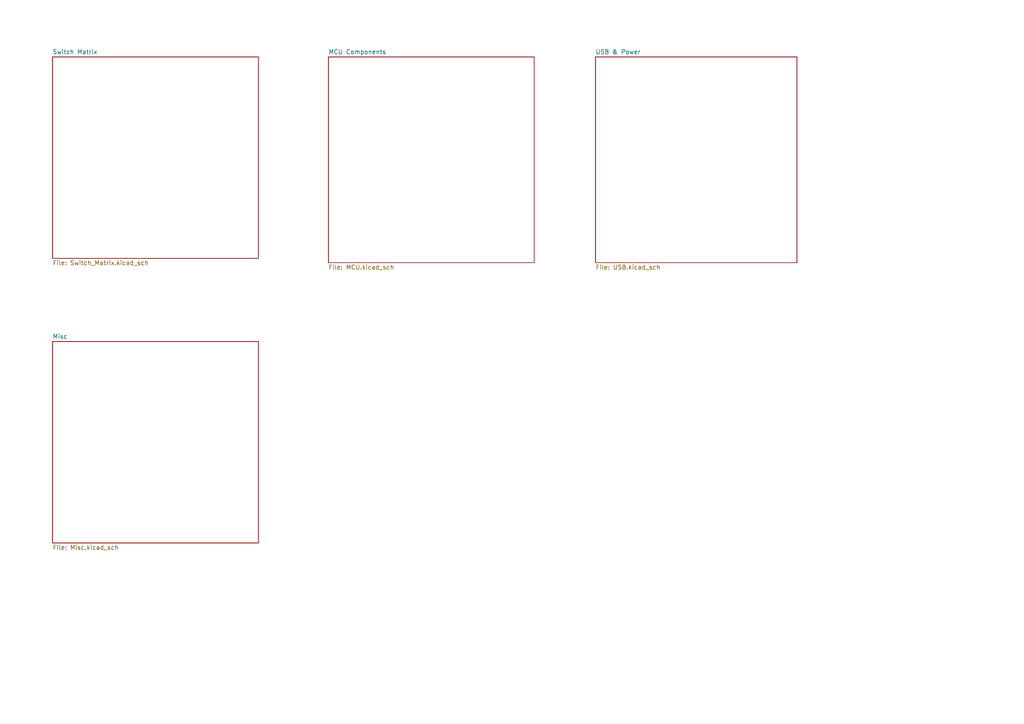
<source format=kicad_sch>
(kicad_sch (version 20230121) (generator eeschema)
  (paper "A4")
  (lib_symbols)
  (sheet (at 172.72 16.51) (size 58.42 59.69) (stroke (width 0.1524))
    (property "Sheetname" "USB & Power" (at 172.72 15.7984 0) (effects (justify left bottom)))
    (property "Sheetfile" "USB.kicad_sch" (at 172.72 76.7846 0) (effects (justify left top)))
  )
  (sheet (at 95.25 16.51) (size 59.69 59.69) (stroke (width 0.1524))
    (property "Sheetname" "MCU Components" (at 95.25 15.7984 0) (effects (justify left bottom)))
    (property "Sheetfile" "MCU.kicad_sch" (at 95.25 76.7846 0) (effects (justify left top)))
  )
  (sheet (at 15.24 99.06) (size 59.69 58.42) (stroke (width 0.1524))
    (property "Sheetname" "Misc" (at 15.24 98.3484 0) (effects (justify left bottom)))
    (property "Sheetfile" "Misc.kicad_sch" (at 15.24 158.0646 0) (effects (justify left top)))
  )
  (sheet (at 15.24 16.51) (size 59.69 58.42) (stroke (width 0.1524))
    (property "Sheetname" "Switch Matrix" (at 15.24 15.7984 0) (effects (justify left bottom)))
    (property "Sheetfile" "Switch_Matrix.kicad_sch" (at 15.24 75.5146 0) (effects (justify left top)))
  )
)
</source>
